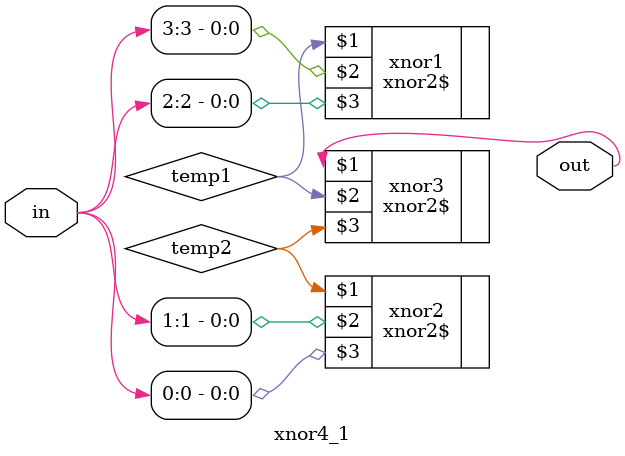
<source format=v>
module xor2_32 (out, a, b);
    input wire[31:0] a, b;
    output wire[31:0] out;

    generate
        genvar i;
        for(i = 0; i < 32; i = i + 1) begin : xors
            xor2$ xori(out[i], a[i], b[i]);
        end
    endgenerate
endmodule

module xnor4_1(out, in);
    input wire[3:0] in;
    output wire[0:0] out;
    wire[0:0] temp1, temp2;
    xnor2$ xnor1(temp1, in[3], in[2]),
           xnor2(temp2, in[1], in[0]),
           xnor3(out, temp1, temp2);
endmodule

module xnor8_1(out, in);
    input wire[7:0] in;
    input wire[0:0] out;
    wire[0:0] temp1, temp2;
    xnor4_1 xnor1(temp1, in[7:4]),
            xnor2(temp2, in[3:0]);
    xnor2$  xnor3(out, temp1, temp2);
endmodule
    

/*module xnor8_1(out, in);
    input wire[7:0] in;
    output wire[0:0] out;
    
    wire[3:0] lv2;
    wire[1:0] lv1;

    generate
        genvar i;
        for(i = 0; i < 4; i = i + 1) begin : xnorlv2s
            xnor2$ xorlv2(lv2[i], in[2*i], in[2*i + 1]);
        end

endmodule*/

</source>
